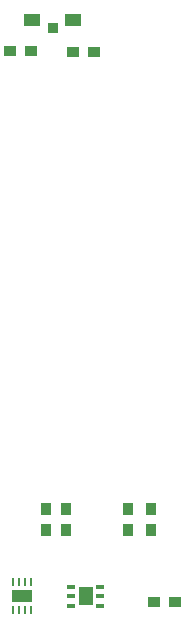
<source format=gbr>
G04 DesignSpark PCB PRO Gerber Version 10.0 Build 5299*
G04 #@! TF.Part,Single*
G04 #@! TF.FileFunction,Paste,Top*
G04 #@! TF.FilePolarity,Positive*
%FSLAX35Y35*%
%MOIN*%
G04 #@! TA.AperFunction,SMDPad,CuDef*
%ADD93R,0.01063X0.03031*%
%ADD95R,0.03543X0.03898*%
%ADD97R,0.04783X0.06319*%
%ADD92R,0.03189X0.03189*%
%ADD96R,0.02776X0.01594*%
%ADD90R,0.03898X0.03543*%
%ADD91R,0.05472X0.03898*%
%ADD94R,0.07008X0.04252*%
G04 #@! TD.AperFunction*
X0Y0D02*
D02*
D90*
X59098Y251181D03*
X66098D03*
X79965Y250787D03*
X86965D03*
X107130Y67323D03*
X114130D03*
D02*
D91*
X66339Y261220D03*
X80118D03*
D02*
D92*
X73228Y258661D03*
D02*
D93*
X60039Y64567D03*
Y74016D03*
X62008Y64567D03*
Y74016D03*
X63976Y64567D03*
Y74016D03*
X65945Y64567D03*
Y74016D03*
D02*
D94*
X62992Y69291D03*
D02*
D95*
X70866Y91382D03*
Y98382D03*
X77559Y91382D03*
Y98382D03*
X98425Y91382D03*
Y98382D03*
X105906Y91382D03*
Y98382D03*
D02*
D96*
X79331Y66142D03*
Y69291D03*
Y72441D03*
X89173Y66142D03*
Y69291D03*
Y72441D03*
D02*
D97*
X84252Y69291D03*
X0Y0D02*
M02*

</source>
